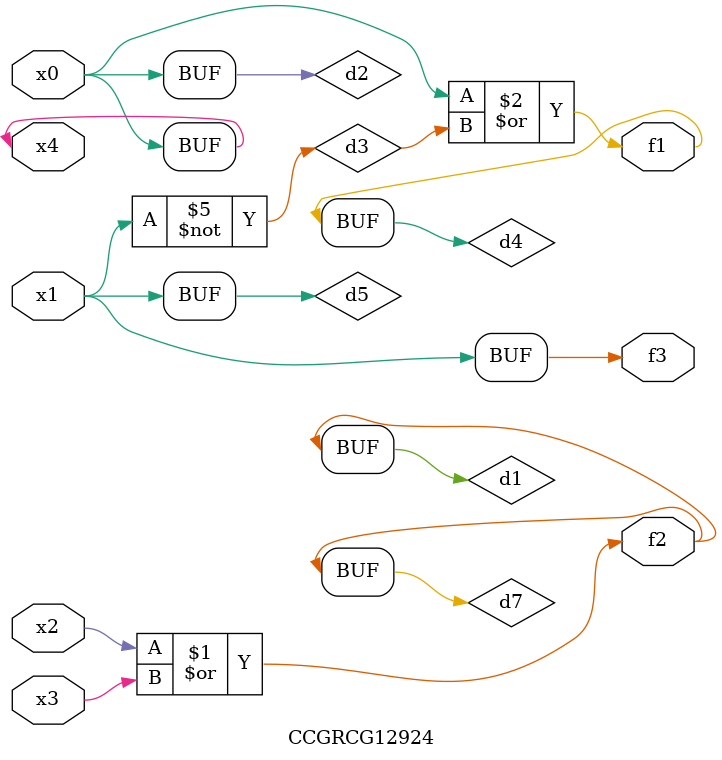
<source format=v>
module CCGRCG12924(
	input x0, x1, x2, x3, x4,
	output f1, f2, f3
);

	wire d1, d2, d3, d4, d5, d6, d7;

	or (d1, x2, x3);
	buf (d2, x0, x4);
	not (d3, x1);
	or (d4, d2, d3);
	not (d5, d3);
	nand (d6, d1, d3);
	or (d7, d1);
	assign f1 = d4;
	assign f2 = d7;
	assign f3 = d5;
endmodule

</source>
